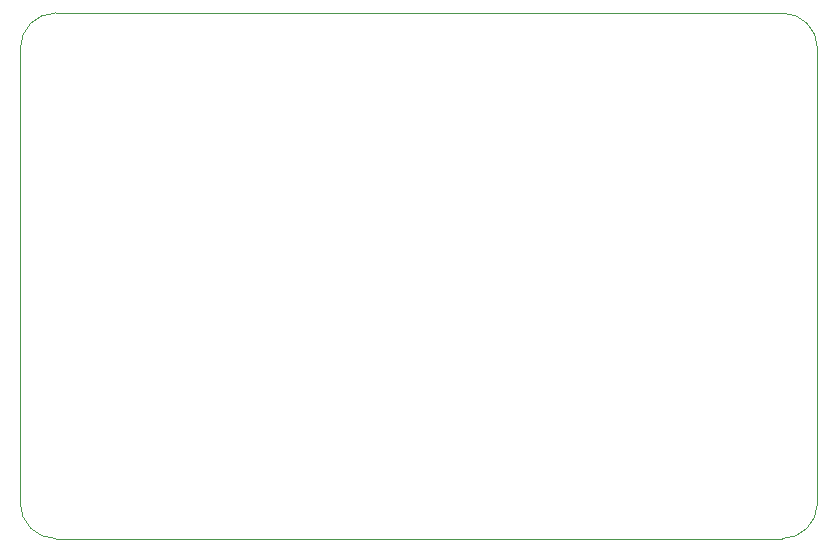
<source format=gbr>
G04 #@! TF.GenerationSoftware,KiCad,Pcbnew,(5.1.5)-3*
G04 #@! TF.CreationDate,2021-01-10T15:50:35-06:00*
G04 #@! TF.ProjectId,Power-SupplementalMonitoringPCB,506f7765-722d-4537-9570-706c656d656e,rev?*
G04 #@! TF.SameCoordinates,Original*
G04 #@! TF.FileFunction,Profile,NP*
%FSLAX46Y46*%
G04 Gerber Fmt 4.6, Leading zero omitted, Abs format (unit mm)*
G04 Created by KiCad (PCBNEW (5.1.5)-3) date 2021-01-10 15:50:35*
%MOMM*%
%LPD*%
G04 APERTURE LIST*
%ADD10C,0.050000*%
G04 APERTURE END LIST*
D10*
X158500000Y-114000000D02*
X97000000Y-114000000D01*
X161500000Y-72500000D02*
X161500000Y-111000000D01*
X97000000Y-69500000D02*
X158500000Y-69500000D01*
X94000000Y-72500000D02*
X94000000Y-111000000D01*
X97000000Y-114000000D02*
G75*
G02X94000000Y-111000000I0J3000000D01*
G01*
X161500000Y-111000000D02*
G75*
G02X158500000Y-114000000I-3000000J0D01*
G01*
X158500000Y-69500000D02*
G75*
G02X161500000Y-72500000I0J-3000000D01*
G01*
X94000000Y-72500000D02*
G75*
G02X97000000Y-69500000I3000000J0D01*
G01*
M02*

</source>
